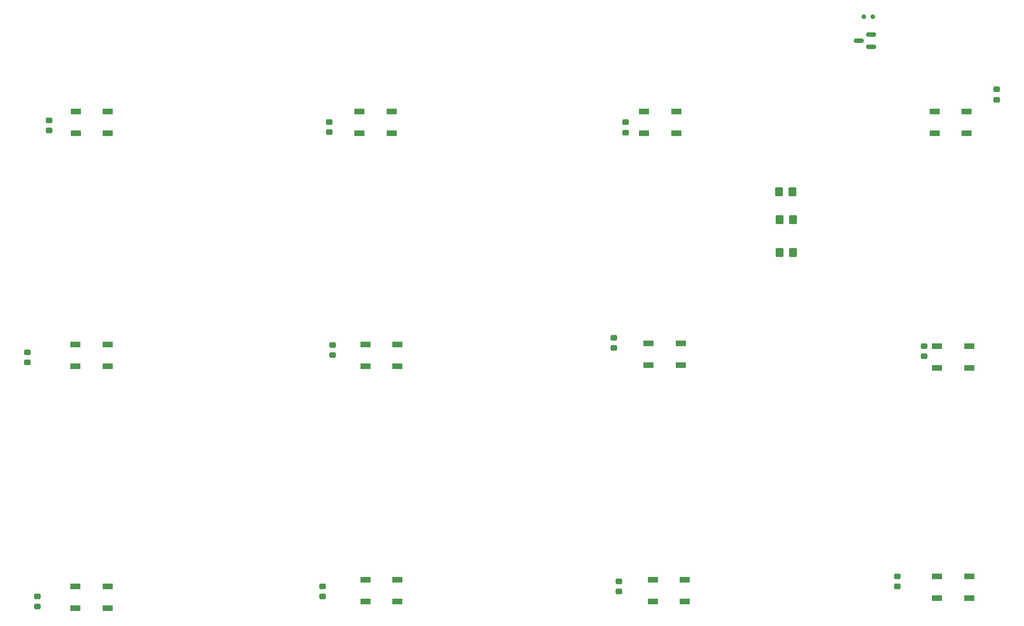
<source format=gbr>
%TF.GenerationSoftware,KiCad,Pcbnew,9.0.3-9.0.3-0~ubuntu24.04.1*%
%TF.CreationDate,2025-09-29T22:24:14+02:00*%
%TF.ProjectId,ColorMemo,436f6c6f-724d-4656-9d6f-2e6b69636164,rev?*%
%TF.SameCoordinates,Original*%
%TF.FileFunction,Paste,Top*%
%TF.FilePolarity,Positive*%
%FSLAX46Y46*%
G04 Gerber Fmt 4.6, Leading zero omitted, Abs format (unit mm)*
G04 Created by KiCad (PCBNEW 9.0.3-9.0.3-0~ubuntu24.04.1) date 2025-09-29 22:24:14*
%MOMM*%
%LPD*%
G01*
G04 APERTURE LIST*
G04 Aperture macros list*
%AMRoundRect*
0 Rectangle with rounded corners*
0 $1 Rounding radius*
0 $2 $3 $4 $5 $6 $7 $8 $9 X,Y pos of 4 corners*
0 Add a 4 corners polygon primitive as box body*
4,1,4,$2,$3,$4,$5,$6,$7,$8,$9,$2,$3,0*
0 Add four circle primitives for the rounded corners*
1,1,$1+$1,$2,$3*
1,1,$1+$1,$4,$5*
1,1,$1+$1,$6,$7*
1,1,$1+$1,$8,$9*
0 Add four rect primitives between the rounded corners*
20,1,$1+$1,$2,$3,$4,$5,0*
20,1,$1+$1,$4,$5,$6,$7,0*
20,1,$1+$1,$6,$7,$8,$9,0*
20,1,$1+$1,$8,$9,$2,$3,0*%
G04 Aperture macros list end*
%ADD10RoundRect,0.090000X0.660000X0.360000X-0.660000X0.360000X-0.660000X-0.360000X0.660000X-0.360000X0*%
%ADD11RoundRect,0.225000X0.250000X-0.225000X0.250000X0.225000X-0.250000X0.225000X-0.250000X-0.225000X0*%
%ADD12RoundRect,0.250000X-0.350000X-0.450000X0.350000X-0.450000X0.350000X0.450000X-0.350000X0.450000X0*%
%ADD13RoundRect,0.150000X0.587500X0.150000X-0.587500X0.150000X-0.587500X-0.150000X0.587500X-0.150000X0*%
%ADD14RoundRect,0.150000X0.150000X0.200000X-0.150000X0.200000X-0.150000X-0.200000X0.150000X-0.200000X0*%
%ADD15RoundRect,0.250000X0.350000X0.450000X-0.350000X0.450000X-0.350000X-0.450000X0.350000X-0.450000X0*%
G04 APERTURE END LIST*
D10*
%TO.C,D10*%
X108250000Y-138600000D03*
X108250000Y-135300000D03*
X103350000Y-135300000D03*
X103350000Y-138600000D03*
%TD*%
%TO.C,D7*%
X108250000Y-102850000D03*
X108250000Y-99550000D03*
X103350000Y-99550000D03*
X103350000Y-102850000D03*
%TD*%
D11*
%TO.C,C6*%
X141100000Y-100075000D03*
X141100000Y-98525000D03*
%TD*%
D10*
%TO.C,D1*%
X64300000Y-67450000D03*
X64300000Y-64150000D03*
X59400000Y-64150000D03*
X59400000Y-67450000D03*
%TD*%
D11*
%TO.C,C5*%
X188100000Y-101350000D03*
X188100000Y-99800000D03*
%TD*%
%TO.C,C4*%
X199100000Y-62350000D03*
X199100000Y-60800000D03*
%TD*%
D10*
%TO.C,D9*%
X64250000Y-139600000D03*
X64250000Y-136300000D03*
X59350000Y-136300000D03*
X59350000Y-139600000D03*
%TD*%
D12*
%TO.C,R2*%
X166150000Y-76400000D03*
X168150000Y-76400000D03*
%TD*%
D13*
%TO.C,Q1*%
X180087500Y-54350000D03*
X180087500Y-52450000D03*
X178212500Y-53400000D03*
%TD*%
D10*
%TO.C,D12*%
X195000000Y-138100000D03*
X195000000Y-134800000D03*
X190100000Y-134800000D03*
X190100000Y-138100000D03*
%TD*%
%TO.C,D5*%
X195000000Y-103100000D03*
X195000000Y-99800000D03*
X190100000Y-99800000D03*
X190100000Y-103100000D03*
%TD*%
D11*
%TO.C,C8*%
X52100000Y-102300000D03*
X52100000Y-100750000D03*
%TD*%
%TO.C,C3*%
X142850000Y-67350000D03*
X142850000Y-65800000D03*
%TD*%
%TO.C,C1*%
X55350000Y-67075000D03*
X55350000Y-65525000D03*
%TD*%
%TO.C,C7*%
X98350000Y-101200000D03*
X98350000Y-99650000D03*
%TD*%
D14*
%TO.C,D13*%
X178950000Y-49800000D03*
X180350000Y-49800000D03*
%TD*%
D11*
%TO.C,C12*%
X184100000Y-136300000D03*
X184100000Y-134750000D03*
%TD*%
%TO.C,C10*%
X96850000Y-137850000D03*
X96850000Y-136300000D03*
%TD*%
D10*
%TO.C,D4*%
X194600000Y-67450000D03*
X194600000Y-64150000D03*
X189700000Y-64150000D03*
X189700000Y-67450000D03*
%TD*%
%TO.C,D11*%
X151850000Y-138550000D03*
X151850000Y-135250000D03*
X146950000Y-135250000D03*
X146950000Y-138550000D03*
%TD*%
D11*
%TO.C,C9*%
X53600000Y-139350000D03*
X53600000Y-137800000D03*
%TD*%
D12*
%TO.C,R1*%
X166200000Y-80600000D03*
X168200000Y-80600000D03*
%TD*%
D11*
%TO.C,C11*%
X141850000Y-137050000D03*
X141850000Y-135500000D03*
%TD*%
D10*
%TO.C,D8*%
X64250000Y-102850000D03*
X64250000Y-99550000D03*
X59350000Y-99550000D03*
X59350000Y-102850000D03*
%TD*%
D11*
%TO.C,C2*%
X97850000Y-67300000D03*
X97850000Y-65750000D03*
%TD*%
D10*
%TO.C,D3*%
X150550000Y-67450000D03*
X150550000Y-64150000D03*
X145650000Y-64150000D03*
X145650000Y-67450000D03*
%TD*%
%TO.C,D6*%
X151250000Y-102700000D03*
X151250000Y-99400000D03*
X146350000Y-99400000D03*
X146350000Y-102700000D03*
%TD*%
D15*
%TO.C,R3*%
X168200000Y-85600000D03*
X166200000Y-85600000D03*
%TD*%
D10*
%TO.C,D2*%
X107350000Y-67450000D03*
X107350000Y-64150000D03*
X102450000Y-64150000D03*
X102450000Y-67450000D03*
%TD*%
M02*

</source>
